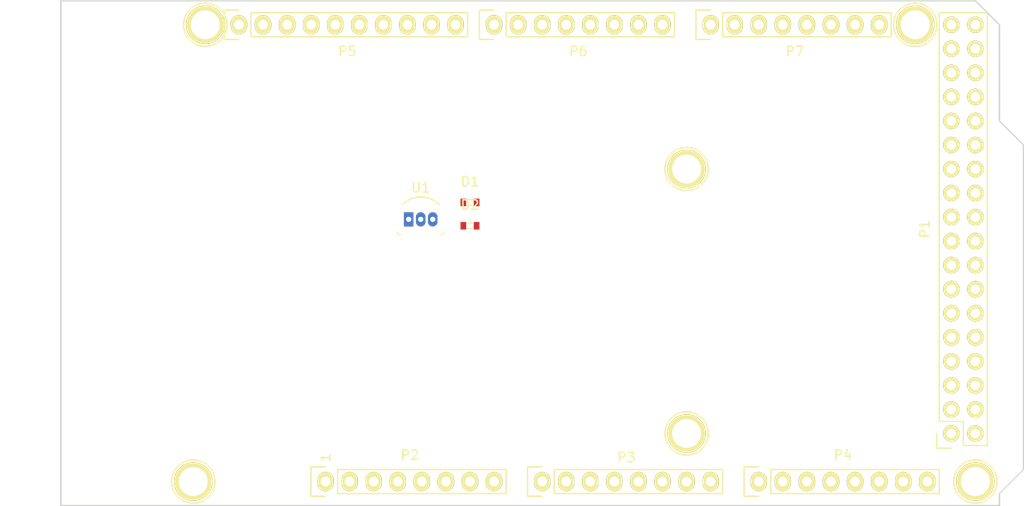
<source format=kicad_pcb>
(kicad_pcb (version 20171130) (host pcbnew "(5.1.10)-1")

  (general
    (thickness 1.6)
    (drawings 27)
    (tracks 0)
    (zones 0)
    (modules 16)
    (nets 90)
  )

  (page A4)
  (title_block
    (title Shield)
    (date "mar. 31 mars 2015")
    (rev 1)
    (company UNLV)
    (comment 1 "Custom Arduino")
  )

  (layers
    (0 F.Cu signal)
    (31 B.Cu signal)
    (32 B.Adhes user)
    (33 F.Adhes user)
    (34 B.Paste user)
    (35 F.Paste user)
    (36 B.SilkS user)
    (37 F.SilkS user)
    (38 B.Mask user)
    (39 F.Mask user)
    (40 Dwgs.User user)
    (41 Cmts.User user)
    (42 Eco1.User user)
    (43 Eco2.User user)
    (44 Edge.Cuts user)
    (45 Margin user)
    (46 B.CrtYd user)
    (47 F.CrtYd user)
    (48 B.Fab user)
    (49 F.Fab user)
  )

  (setup
    (last_trace_width 0.25)
    (trace_clearance 0.2)
    (zone_clearance 0.508)
    (zone_45_only no)
    (trace_min 0.2)
    (via_size 0.6)
    (via_drill 0.4)
    (via_min_size 0.4)
    (via_min_drill 0.3)
    (uvia_size 0.3)
    (uvia_drill 0.1)
    (uvias_allowed no)
    (uvia_min_size 0.2)
    (uvia_min_drill 0.1)
    (edge_width 0.15)
    (segment_width 0.15)
    (pcb_text_width 0.3)
    (pcb_text_size 1.5 1.5)
    (mod_edge_width 0.15)
    (mod_text_size 1 1)
    (mod_text_width 0.15)
    (pad_size 4.064 4.064)
    (pad_drill 3.048)
    (pad_to_mask_clearance 0)
    (aux_axis_origin 103.378 121.666)
    (visible_elements 7FFFFFFF)
    (pcbplotparams
      (layerselection 0x00030_80000001)
      (usegerberextensions false)
      (usegerberattributes true)
      (usegerberadvancedattributes true)
      (creategerberjobfile true)
      (excludeedgelayer true)
      (linewidth 0.100000)
      (plotframeref false)
      (viasonmask false)
      (mode 1)
      (useauxorigin false)
      (hpglpennumber 1)
      (hpglpenspeed 20)
      (hpglpendiameter 15.000000)
      (psnegative false)
      (psa4output false)
      (plotreference true)
      (plotvalue true)
      (plotinvisibletext false)
      (padsonsilk false)
      (subtractmaskfromsilk false)
      (outputformat 1)
      (mirror false)
      (drillshape 1)
      (scaleselection 1)
      (outputdirectory ""))
  )

  (net 0 "")
  (net 1 GND)
  (net 2 "/52(SCK)")
  (net 3 "/53(SS)")
  (net 4 "/50(MISO)")
  (net 5 "/51(MOSI)")
  (net 6 /48)
  (net 7 /49)
  (net 8 /46)
  (net 9 /47)
  (net 10 /44)
  (net 11 /45)
  (net 12 /42)
  (net 13 /43)
  (net 14 /40)
  (net 15 /41)
  (net 16 /38)
  (net 17 /39)
  (net 18 /36)
  (net 19 /37)
  (net 20 /34)
  (net 21 /35)
  (net 22 /32)
  (net 23 /33)
  (net 24 /30)
  (net 25 /31)
  (net 26 /28)
  (net 27 /29)
  (net 28 /26)
  (net 29 /27)
  (net 30 /24)
  (net 31 /25)
  (net 32 /22)
  (net 33 /23)
  (net 34 +5V)
  (net 35 /IOREF)
  (net 36 /Reset)
  (net 37 /Vin)
  (net 38 /A0)
  (net 39 /A1)
  (net 40 /A2)
  (net 41 /A3)
  (net 42 /A4)
  (net 43 /A5)
  (net 44 /A6)
  (net 45 /A7)
  (net 46 /A8)
  (net 47 /A9)
  (net 48 /A10)
  (net 49 /A11)
  (net 50 /A12)
  (net 51 /A13)
  (net 52 /A14)
  (net 53 /A15)
  (net 54 /SCL)
  (net 55 /SDA)
  (net 56 /AREF)
  (net 57 "/13(**)")
  (net 58 "/12(**)")
  (net 59 "/11(**)")
  (net 60 "/10(**)")
  (net 61 "/9(**)")
  (net 62 "/8(**)")
  (net 63 "/7(**)")
  (net 64 "/6(**)")
  (net 65 "/5(**)")
  (net 66 "/4(**)")
  (net 67 "/3(**)")
  (net 68 "/2(**)")
  (net 69 "/20(SDA)")
  (net 70 "/21(SCL)")
  (net 71 "Net-(P8-Pad1)")
  (net 72 "Net-(P9-Pad1)")
  (net 73 "Net-(P10-Pad1)")
  (net 74 "Net-(P11-Pad1)")
  (net 75 "Net-(P12-Pad1)")
  (net 76 "Net-(P13-Pad1)")
  (net 77 "Net-(P2-Pad1)")
  (net 78 +3V3)
  (net 79 "/1(Tx0)")
  (net 80 "/0(Rx0)")
  (net 81 "/14(Tx3)")
  (net 82 "/15(Rx3)")
  (net 83 "/16(Tx2)")
  (net 84 "/17(Rx2)")
  (net 85 "/18(Tx1)")
  (net 86 "/19(Rx1)")
  (net 87 "Net-(D1-Pad1)")
  (net 88 "Net-(D2-Pad1)")
  (net 89 "Net-(J1-Pad3)")

  (net_class Default "This is the default net class."
    (clearance 0.2)
    (trace_width 0.25)
    (via_dia 0.6)
    (via_drill 0.4)
    (uvia_dia 0.3)
    (uvia_drill 0.1)
    (add_net +3V3)
    (add_net +5V)
    (add_net "/0(Rx0)")
    (add_net "/1(Tx0)")
    (add_net "/10(**)")
    (add_net "/11(**)")
    (add_net "/12(**)")
    (add_net "/13(**)")
    (add_net "/14(Tx3)")
    (add_net "/15(Rx3)")
    (add_net "/16(Tx2)")
    (add_net "/17(Rx2)")
    (add_net "/18(Tx1)")
    (add_net "/19(Rx1)")
    (add_net "/2(**)")
    (add_net "/20(SDA)")
    (add_net "/21(SCL)")
    (add_net /22)
    (add_net /23)
    (add_net /24)
    (add_net /25)
    (add_net /26)
    (add_net /27)
    (add_net /28)
    (add_net /29)
    (add_net "/3(**)")
    (add_net /30)
    (add_net /31)
    (add_net /32)
    (add_net /33)
    (add_net /34)
    (add_net /35)
    (add_net /36)
    (add_net /37)
    (add_net /38)
    (add_net /39)
    (add_net "/4(**)")
    (add_net /40)
    (add_net /41)
    (add_net /42)
    (add_net /43)
    (add_net /44)
    (add_net /45)
    (add_net /46)
    (add_net /47)
    (add_net /48)
    (add_net /49)
    (add_net "/5(**)")
    (add_net "/50(MISO)")
    (add_net "/51(MOSI)")
    (add_net "/52(SCK)")
    (add_net "/53(SS)")
    (add_net "/6(**)")
    (add_net "/7(**)")
    (add_net "/8(**)")
    (add_net "/9(**)")
    (add_net /A0)
    (add_net /A1)
    (add_net /A10)
    (add_net /A11)
    (add_net /A12)
    (add_net /A13)
    (add_net /A14)
    (add_net /A15)
    (add_net /A2)
    (add_net /A3)
    (add_net /A4)
    (add_net /A5)
    (add_net /A6)
    (add_net /A7)
    (add_net /A8)
    (add_net /A9)
    (add_net /AREF)
    (add_net /IOREF)
    (add_net /Reset)
    (add_net /SCL)
    (add_net /SDA)
    (add_net /Vin)
    (add_net GND)
    (add_net "Net-(D1-Pad1)")
    (add_net "Net-(D2-Pad1)")
    (add_net "Net-(J1-Pad3)")
    (add_net "Net-(P10-Pad1)")
    (add_net "Net-(P11-Pad1)")
    (add_net "Net-(P12-Pad1)")
    (add_net "Net-(P13-Pad1)")
    (add_net "Net-(P2-Pad1)")
    (add_net "Net-(P8-Pad1)")
    (add_net "Net-(P9-Pad1)")
  )

  (module Socket_Arduino_Mega:Socket_Strip_Arduino_2x18 locked (layer F.Cu) (tedit 55216789) (tstamp 551AFCE5)
    (at 197.358 114.046 90)
    (descr "Through hole socket strip")
    (tags "socket strip")
    (path /56D743B5)
    (fp_text reference P1 (at 21.59 -2.794 90) (layer F.SilkS)
      (effects (font (size 1 1) (thickness 0.15)))
    )
    (fp_text value Digital (at 21.59 -4.572 90) (layer F.Fab)
      (effects (font (size 1 1) (thickness 0.15)))
    )
    (fp_line (start -1.55 -1.55) (end -1.55 0) (layer F.SilkS) (width 0.15))
    (fp_line (start 1.27 1.27) (end 1.27 -1.27) (layer F.SilkS) (width 0.15))
    (fp_line (start -1.27 1.27) (end 1.27 1.27) (layer F.SilkS) (width 0.15))
    (fp_line (start 0 -1.55) (end -1.55 -1.55) (layer F.SilkS) (width 0.15))
    (fp_line (start -1.27 3.81) (end -1.27 1.27) (layer F.SilkS) (width 0.15))
    (fp_line (start 44.45 3.81) (end 44.45 -1.27) (layer F.SilkS) (width 0.15))
    (fp_line (start 44.45 -1.27) (end 1.27 -1.27) (layer F.SilkS) (width 0.15))
    (fp_line (start -1.27 3.81) (end 44.45 3.81) (layer F.SilkS) (width 0.15))
    (fp_line (start -1.75 4.3) (end 44.95 4.3) (layer F.CrtYd) (width 0.05))
    (fp_line (start -1.75 -1.75) (end 44.95 -1.75) (layer F.CrtYd) (width 0.05))
    (fp_line (start 44.95 -1.75) (end 44.95 4.3) (layer F.CrtYd) (width 0.05))
    (fp_line (start -1.75 -1.75) (end -1.75 4.3) (layer F.CrtYd) (width 0.05))
    (pad 1 thru_hole circle (at 0 0 90) (size 1.7272 1.7272) (drill 1.016) (layers *.Cu *.Mask F.SilkS)
      (net 1 GND))
    (pad 2 thru_hole oval (at 0 2.54 90) (size 1.7272 1.7272) (drill 1.016) (layers *.Cu *.Mask F.SilkS)
      (net 1 GND))
    (pad 3 thru_hole oval (at 2.54 0 90) (size 1.7272 1.7272) (drill 1.016) (layers *.Cu *.Mask F.SilkS)
      (net 2 "/52(SCK)"))
    (pad 4 thru_hole oval (at 2.54 2.54 90) (size 1.7272 1.7272) (drill 1.016) (layers *.Cu *.Mask F.SilkS)
      (net 3 "/53(SS)"))
    (pad 5 thru_hole oval (at 5.08 0 90) (size 1.7272 1.7272) (drill 1.016) (layers *.Cu *.Mask F.SilkS)
      (net 4 "/50(MISO)"))
    (pad 6 thru_hole oval (at 5.08 2.54 90) (size 1.7272 1.7272) (drill 1.016) (layers *.Cu *.Mask F.SilkS)
      (net 5 "/51(MOSI)"))
    (pad 7 thru_hole oval (at 7.62 0 90) (size 1.7272 1.7272) (drill 1.016) (layers *.Cu *.Mask F.SilkS)
      (net 6 /48))
    (pad 8 thru_hole oval (at 7.62 2.54 90) (size 1.7272 1.7272) (drill 1.016) (layers *.Cu *.Mask F.SilkS)
      (net 7 /49))
    (pad 9 thru_hole oval (at 10.16 0 90) (size 1.7272 1.7272) (drill 1.016) (layers *.Cu *.Mask F.SilkS)
      (net 8 /46))
    (pad 10 thru_hole oval (at 10.16 2.54 90) (size 1.7272 1.7272) (drill 1.016) (layers *.Cu *.Mask F.SilkS)
      (net 9 /47))
    (pad 11 thru_hole oval (at 12.7 0 90) (size 1.7272 1.7272) (drill 1.016) (layers *.Cu *.Mask F.SilkS)
      (net 10 /44))
    (pad 12 thru_hole oval (at 12.7 2.54 90) (size 1.7272 1.7272) (drill 1.016) (layers *.Cu *.Mask F.SilkS)
      (net 11 /45))
    (pad 13 thru_hole oval (at 15.24 0 90) (size 1.7272 1.7272) (drill 1.016) (layers *.Cu *.Mask F.SilkS)
      (net 12 /42))
    (pad 14 thru_hole oval (at 15.24 2.54 90) (size 1.7272 1.7272) (drill 1.016) (layers *.Cu *.Mask F.SilkS)
      (net 13 /43))
    (pad 15 thru_hole oval (at 17.78 0 90) (size 1.7272 1.7272) (drill 1.016) (layers *.Cu *.Mask F.SilkS)
      (net 14 /40))
    (pad 16 thru_hole oval (at 17.78 2.54 90) (size 1.7272 1.7272) (drill 1.016) (layers *.Cu *.Mask F.SilkS)
      (net 15 /41))
    (pad 17 thru_hole oval (at 20.32 0 90) (size 1.7272 1.7272) (drill 1.016) (layers *.Cu *.Mask F.SilkS)
      (net 16 /38))
    (pad 18 thru_hole oval (at 20.32 2.54 90) (size 1.7272 1.7272) (drill 1.016) (layers *.Cu *.Mask F.SilkS)
      (net 17 /39))
    (pad 19 thru_hole oval (at 22.86 0 90) (size 1.7272 1.7272) (drill 1.016) (layers *.Cu *.Mask F.SilkS)
      (net 18 /36))
    (pad 20 thru_hole oval (at 22.86 2.54 90) (size 1.7272 1.7272) (drill 1.016) (layers *.Cu *.Mask F.SilkS)
      (net 19 /37))
    (pad 21 thru_hole oval (at 25.4 0 90) (size 1.7272 1.7272) (drill 1.016) (layers *.Cu *.Mask F.SilkS)
      (net 20 /34))
    (pad 22 thru_hole oval (at 25.4 2.54 90) (size 1.7272 1.7272) (drill 1.016) (layers *.Cu *.Mask F.SilkS)
      (net 21 /35))
    (pad 23 thru_hole oval (at 27.94 0 90) (size 1.7272 1.7272) (drill 1.016) (layers *.Cu *.Mask F.SilkS)
      (net 22 /32))
    (pad 24 thru_hole oval (at 27.94 2.54 90) (size 1.7272 1.7272) (drill 1.016) (layers *.Cu *.Mask F.SilkS)
      (net 23 /33))
    (pad 25 thru_hole oval (at 30.48 0 90) (size 1.7272 1.7272) (drill 1.016) (layers *.Cu *.Mask F.SilkS)
      (net 24 /30))
    (pad 26 thru_hole oval (at 30.48 2.54 90) (size 1.7272 1.7272) (drill 1.016) (layers *.Cu *.Mask F.SilkS)
      (net 25 /31))
    (pad 27 thru_hole oval (at 33.02 0 90) (size 1.7272 1.7272) (drill 1.016) (layers *.Cu *.Mask F.SilkS)
      (net 26 /28))
    (pad 28 thru_hole oval (at 33.02 2.54 90) (size 1.7272 1.7272) (drill 1.016) (layers *.Cu *.Mask F.SilkS)
      (net 27 /29))
    (pad 29 thru_hole oval (at 35.56 0 90) (size 1.7272 1.7272) (drill 1.016) (layers *.Cu *.Mask F.SilkS)
      (net 28 /26))
    (pad 30 thru_hole oval (at 35.56 2.54 90) (size 1.7272 1.7272) (drill 1.016) (layers *.Cu *.Mask F.SilkS)
      (net 29 /27))
    (pad 31 thru_hole oval (at 38.1 0 90) (size 1.7272 1.7272) (drill 1.016) (layers *.Cu *.Mask F.SilkS)
      (net 30 /24))
    (pad 32 thru_hole oval (at 38.1 2.54 90) (size 1.7272 1.7272) (drill 1.016) (layers *.Cu *.Mask F.SilkS)
      (net 31 /25))
    (pad 33 thru_hole oval (at 40.64 0 90) (size 1.7272 1.7272) (drill 1.016) (layers *.Cu *.Mask F.SilkS)
      (net 32 /22))
    (pad 34 thru_hole oval (at 40.64 2.54 90) (size 1.7272 1.7272) (drill 1.016) (layers *.Cu *.Mask F.SilkS)
      (net 33 /23))
    (pad 35 thru_hole oval (at 43.18 0 90) (size 1.7272 1.7272) (drill 1.016) (layers *.Cu *.Mask F.SilkS)
      (net 34 +5V))
    (pad 36 thru_hole oval (at 43.18 2.54 90) (size 1.7272 1.7272) (drill 1.016) (layers *.Cu *.Mask F.SilkS)
      (net 34 +5V))
    (model ${KIPRJMOD}/Socket_Arduino_Mega.3dshapes/Socket_header_Arduino_2x18.wrl
      (offset (xyz 21.58999967575073 -1.269999980926514 0))
      (scale (xyz 1 1 1))
      (rotate (xyz 0 0 180))
    )
  )

  (module Socket_Arduino_Mega:Socket_Strip_Arduino_1x08 locked (layer F.Cu) (tedit 55216755) (tstamp 551AFCFC)
    (at 131.318 119.126)
    (descr "Through hole socket strip")
    (tags "socket strip")
    (path /56D71773)
    (fp_text reference P2 (at 8.89 -2.794) (layer F.SilkS)
      (effects (font (size 1 1) (thickness 0.15)))
    )
    (fp_text value Power (at 8.89 -4.318) (layer F.Fab)
      (effects (font (size 1 1) (thickness 0.15)))
    )
    (fp_line (start -1.55 -1.55) (end -1.55 1.55) (layer F.SilkS) (width 0.15))
    (fp_line (start 0 -1.55) (end -1.55 -1.55) (layer F.SilkS) (width 0.15))
    (fp_line (start 1.27 1.27) (end 1.27 -1.27) (layer F.SilkS) (width 0.15))
    (fp_line (start -1.55 1.55) (end 0 1.55) (layer F.SilkS) (width 0.15))
    (fp_line (start 19.05 -1.27) (end 1.27 -1.27) (layer F.SilkS) (width 0.15))
    (fp_line (start 19.05 1.27) (end 19.05 -1.27) (layer F.SilkS) (width 0.15))
    (fp_line (start 1.27 1.27) (end 19.05 1.27) (layer F.SilkS) (width 0.15))
    (fp_line (start -1.75 1.75) (end 19.55 1.75) (layer F.CrtYd) (width 0.05))
    (fp_line (start -1.75 -1.75) (end 19.55 -1.75) (layer F.CrtYd) (width 0.05))
    (fp_line (start 19.55 -1.75) (end 19.55 1.75) (layer F.CrtYd) (width 0.05))
    (fp_line (start -1.75 -1.75) (end -1.75 1.75) (layer F.CrtYd) (width 0.05))
    (pad 1 thru_hole oval (at 0 0) (size 1.7272 2.032) (drill 1.016) (layers *.Cu *.Mask F.SilkS)
      (net 77 "Net-(P2-Pad1)"))
    (pad 2 thru_hole oval (at 2.54 0) (size 1.7272 2.032) (drill 1.016) (layers *.Cu *.Mask F.SilkS)
      (net 35 /IOREF))
    (pad 3 thru_hole oval (at 5.08 0) (size 1.7272 2.032) (drill 1.016) (layers *.Cu *.Mask F.SilkS)
      (net 36 /Reset))
    (pad 4 thru_hole oval (at 7.62 0) (size 1.7272 2.032) (drill 1.016) (layers *.Cu *.Mask F.SilkS)
      (net 78 +3V3))
    (pad 5 thru_hole oval (at 10.16 0) (size 1.7272 2.032) (drill 1.016) (layers *.Cu *.Mask F.SilkS)
      (net 34 +5V))
    (pad 6 thru_hole oval (at 12.7 0) (size 1.7272 2.032) (drill 1.016) (layers *.Cu *.Mask F.SilkS)
      (net 1 GND))
    (pad 7 thru_hole oval (at 15.24 0) (size 1.7272 2.032) (drill 1.016) (layers *.Cu *.Mask F.SilkS)
      (net 1 GND))
    (pad 8 thru_hole oval (at 17.78 0) (size 1.7272 2.032) (drill 1.016) (layers *.Cu *.Mask F.SilkS)
      (net 37 /Vin))
    (model ${KIPRJMOD}/Socket_Arduino_Mega.3dshapes/Socket_header_Arduino_1x08.wrl
      (offset (xyz 8.889999866485596 0 0))
      (scale (xyz 1 1 1))
      (rotate (xyz 0 0 180))
    )
  )

  (module Socket_Arduino_Mega:Socket_Strip_Arduino_1x08 locked (layer F.Cu) (tedit 5521677D) (tstamp 551AFD13)
    (at 154.178 119.126)
    (descr "Through hole socket strip")
    (tags "socket strip")
    (path /56D72F1C)
    (fp_text reference P3 (at 8.89 -2.54) (layer F.SilkS)
      (effects (font (size 1 1) (thickness 0.15)))
    )
    (fp_text value Analog (at 8.89 -4.318) (layer F.Fab)
      (effects (font (size 1 1) (thickness 0.15)))
    )
    (fp_line (start -1.55 -1.55) (end -1.55 1.55) (layer F.SilkS) (width 0.15))
    (fp_line (start 0 -1.55) (end -1.55 -1.55) (layer F.SilkS) (width 0.15))
    (fp_line (start 1.27 1.27) (end 1.27 -1.27) (layer F.SilkS) (width 0.15))
    (fp_line (start -1.55 1.55) (end 0 1.55) (layer F.SilkS) (width 0.15))
    (fp_line (start 19.05 -1.27) (end 1.27 -1.27) (layer F.SilkS) (width 0.15))
    (fp_line (start 19.05 1.27) (end 19.05 -1.27) (layer F.SilkS) (width 0.15))
    (fp_line (start 1.27 1.27) (end 19.05 1.27) (layer F.SilkS) (width 0.15))
    (fp_line (start -1.75 1.75) (end 19.55 1.75) (layer F.CrtYd) (width 0.05))
    (fp_line (start -1.75 -1.75) (end 19.55 -1.75) (layer F.CrtYd) (width 0.05))
    (fp_line (start 19.55 -1.75) (end 19.55 1.75) (layer F.CrtYd) (width 0.05))
    (fp_line (start -1.75 -1.75) (end -1.75 1.75) (layer F.CrtYd) (width 0.05))
    (pad 1 thru_hole oval (at 0 0) (size 1.7272 2.032) (drill 1.016) (layers *.Cu *.Mask F.SilkS)
      (net 38 /A0))
    (pad 2 thru_hole oval (at 2.54 0) (size 1.7272 2.032) (drill 1.016) (layers *.Cu *.Mask F.SilkS)
      (net 39 /A1))
    (pad 3 thru_hole oval (at 5.08 0) (size 1.7272 2.032) (drill 1.016) (layers *.Cu *.Mask F.SilkS)
      (net 40 /A2))
    (pad 4 thru_hole oval (at 7.62 0) (size 1.7272 2.032) (drill 1.016) (layers *.Cu *.Mask F.SilkS)
      (net 41 /A3))
    (pad 5 thru_hole oval (at 10.16 0) (size 1.7272 2.032) (drill 1.016) (layers *.Cu *.Mask F.SilkS)
      (net 42 /A4))
    (pad 6 thru_hole oval (at 12.7 0) (size 1.7272 2.032) (drill 1.016) (layers *.Cu *.Mask F.SilkS)
      (net 43 /A5))
    (pad 7 thru_hole oval (at 15.24 0) (size 1.7272 2.032) (drill 1.016) (layers *.Cu *.Mask F.SilkS)
      (net 44 /A6))
    (pad 8 thru_hole oval (at 17.78 0) (size 1.7272 2.032) (drill 1.016) (layers *.Cu *.Mask F.SilkS)
      (net 45 /A7))
    (model ${KIPRJMOD}/Socket_Arduino_Mega.3dshapes/Socket_header_Arduino_1x08.wrl
      (offset (xyz 8.889999866485596 0 0))
      (scale (xyz 1 1 1))
      (rotate (xyz 0 0 180))
    )
  )

  (module Socket_Arduino_Mega:Socket_Strip_Arduino_1x08 locked (layer F.Cu) (tedit 55216772) (tstamp 551AFD2A)
    (at 177.038 119.126)
    (descr "Through hole socket strip")
    (tags "socket strip")
    (path /56D73A0E)
    (fp_text reference P4 (at 8.89 -2.794) (layer F.SilkS)
      (effects (font (size 1 1) (thickness 0.15)))
    )
    (fp_text value Analog (at 8.89 -4.318) (layer F.Fab)
      (effects (font (size 1 1) (thickness 0.15)))
    )
    (fp_line (start -1.55 -1.55) (end -1.55 1.55) (layer F.SilkS) (width 0.15))
    (fp_line (start 0 -1.55) (end -1.55 -1.55) (layer F.SilkS) (width 0.15))
    (fp_line (start 1.27 1.27) (end 1.27 -1.27) (layer F.SilkS) (width 0.15))
    (fp_line (start -1.55 1.55) (end 0 1.55) (layer F.SilkS) (width 0.15))
    (fp_line (start 19.05 -1.27) (end 1.27 -1.27) (layer F.SilkS) (width 0.15))
    (fp_line (start 19.05 1.27) (end 19.05 -1.27) (layer F.SilkS) (width 0.15))
    (fp_line (start 1.27 1.27) (end 19.05 1.27) (layer F.SilkS) (width 0.15))
    (fp_line (start -1.75 1.75) (end 19.55 1.75) (layer F.CrtYd) (width 0.05))
    (fp_line (start -1.75 -1.75) (end 19.55 -1.75) (layer F.CrtYd) (width 0.05))
    (fp_line (start 19.55 -1.75) (end 19.55 1.75) (layer F.CrtYd) (width 0.05))
    (fp_line (start -1.75 -1.75) (end -1.75 1.75) (layer F.CrtYd) (width 0.05))
    (pad 1 thru_hole oval (at 0 0) (size 1.7272 2.032) (drill 1.016) (layers *.Cu *.Mask F.SilkS)
      (net 46 /A8))
    (pad 2 thru_hole oval (at 2.54 0) (size 1.7272 2.032) (drill 1.016) (layers *.Cu *.Mask F.SilkS)
      (net 47 /A9))
    (pad 3 thru_hole oval (at 5.08 0) (size 1.7272 2.032) (drill 1.016) (layers *.Cu *.Mask F.SilkS)
      (net 48 /A10))
    (pad 4 thru_hole oval (at 7.62 0) (size 1.7272 2.032) (drill 1.016) (layers *.Cu *.Mask F.SilkS)
      (net 49 /A11))
    (pad 5 thru_hole oval (at 10.16 0) (size 1.7272 2.032) (drill 1.016) (layers *.Cu *.Mask F.SilkS)
      (net 50 /A12))
    (pad 6 thru_hole oval (at 12.7 0) (size 1.7272 2.032) (drill 1.016) (layers *.Cu *.Mask F.SilkS)
      (net 51 /A13))
    (pad 7 thru_hole oval (at 15.24 0) (size 1.7272 2.032) (drill 1.016) (layers *.Cu *.Mask F.SilkS)
      (net 52 /A14))
    (pad 8 thru_hole oval (at 17.78 0) (size 1.7272 2.032) (drill 1.016) (layers *.Cu *.Mask F.SilkS)
      (net 53 /A15))
    (model ${KIPRJMOD}/Socket_Arduino_Mega.3dshapes/Socket_header_Arduino_1x08.wrl
      (offset (xyz 8.889999866485596 0 0))
      (scale (xyz 1 1 1))
      (rotate (xyz 0 0 180))
    )
  )

  (module Socket_Arduino_Mega:Socket_Strip_Arduino_1x10 locked (layer F.Cu) (tedit 551AFC9C) (tstamp 551AFD43)
    (at 122.174 70.866)
    (descr "Through hole socket strip")
    (tags "socket strip")
    (path /56D72368)
    (fp_text reference P5 (at 11.43 2.794) (layer F.SilkS)
      (effects (font (size 1 1) (thickness 0.15)))
    )
    (fp_text value PWM (at 11.43 4.318) (layer F.Fab)
      (effects (font (size 1 1) (thickness 0.15)))
    )
    (fp_line (start -1.55 -1.55) (end -1.55 1.55) (layer F.SilkS) (width 0.15))
    (fp_line (start 0 -1.55) (end -1.55 -1.55) (layer F.SilkS) (width 0.15))
    (fp_line (start 1.27 1.27) (end 1.27 -1.27) (layer F.SilkS) (width 0.15))
    (fp_line (start -1.55 1.55) (end 0 1.55) (layer F.SilkS) (width 0.15))
    (fp_line (start 24.13 -1.27) (end 1.27 -1.27) (layer F.SilkS) (width 0.15))
    (fp_line (start 24.13 1.27) (end 24.13 -1.27) (layer F.SilkS) (width 0.15))
    (fp_line (start 1.27 1.27) (end 24.13 1.27) (layer F.SilkS) (width 0.15))
    (fp_line (start -1.75 1.75) (end 24.65 1.75) (layer F.CrtYd) (width 0.05))
    (fp_line (start -1.75 -1.75) (end 24.65 -1.75) (layer F.CrtYd) (width 0.05))
    (fp_line (start 24.65 -1.75) (end 24.65 1.75) (layer F.CrtYd) (width 0.05))
    (fp_line (start -1.75 -1.75) (end -1.75 1.75) (layer F.CrtYd) (width 0.05))
    (pad 1 thru_hole oval (at 0 0) (size 1.7272 2.032) (drill 1.016) (layers *.Cu *.Mask F.SilkS)
      (net 54 /SCL))
    (pad 2 thru_hole oval (at 2.54 0) (size 1.7272 2.032) (drill 1.016) (layers *.Cu *.Mask F.SilkS)
      (net 55 /SDA))
    (pad 3 thru_hole oval (at 5.08 0) (size 1.7272 2.032) (drill 1.016) (layers *.Cu *.Mask F.SilkS)
      (net 56 /AREF))
    (pad 4 thru_hole oval (at 7.62 0) (size 1.7272 2.032) (drill 1.016) (layers *.Cu *.Mask F.SilkS)
      (net 1 GND))
    (pad 5 thru_hole oval (at 10.16 0) (size 1.7272 2.032) (drill 1.016) (layers *.Cu *.Mask F.SilkS)
      (net 57 "/13(**)"))
    (pad 6 thru_hole oval (at 12.7 0) (size 1.7272 2.032) (drill 1.016) (layers *.Cu *.Mask F.SilkS)
      (net 58 "/12(**)"))
    (pad 7 thru_hole oval (at 15.24 0) (size 1.7272 2.032) (drill 1.016) (layers *.Cu *.Mask F.SilkS)
      (net 59 "/11(**)"))
    (pad 8 thru_hole oval (at 17.78 0) (size 1.7272 2.032) (drill 1.016) (layers *.Cu *.Mask F.SilkS)
      (net 60 "/10(**)"))
    (pad 9 thru_hole oval (at 20.32 0) (size 1.7272 2.032) (drill 1.016) (layers *.Cu *.Mask F.SilkS)
      (net 61 "/9(**)"))
    (pad 10 thru_hole oval (at 22.86 0) (size 1.7272 2.032) (drill 1.016) (layers *.Cu *.Mask F.SilkS)
      (net 62 "/8(**)"))
    (model ${KIPRJMOD}/Socket_Arduino_Mega.3dshapes/Socket_header_Arduino_1x10.wrl
      (offset (xyz 11.42999982833862 0 0))
      (scale (xyz 1 1 1))
      (rotate (xyz 0 0 180))
    )
  )

  (module Socket_Arduino_Mega:Socket_Strip_Arduino_1x08 locked (layer F.Cu) (tedit 551AFC7F) (tstamp 551AFD5A)
    (at 149.098 70.866)
    (descr "Through hole socket strip")
    (tags "socket strip")
    (path /56D734D0)
    (fp_text reference P6 (at 8.89 2.794) (layer F.SilkS)
      (effects (font (size 1 1) (thickness 0.15)))
    )
    (fp_text value PWM (at 8.89 4.318) (layer F.Fab)
      (effects (font (size 1 1) (thickness 0.15)))
    )
    (fp_line (start -1.55 -1.55) (end -1.55 1.55) (layer F.SilkS) (width 0.15))
    (fp_line (start 0 -1.55) (end -1.55 -1.55) (layer F.SilkS) (width 0.15))
    (fp_line (start 1.27 1.27) (end 1.27 -1.27) (layer F.SilkS) (width 0.15))
    (fp_line (start -1.55 1.55) (end 0 1.55) (layer F.SilkS) (width 0.15))
    (fp_line (start 19.05 -1.27) (end 1.27 -1.27) (layer F.SilkS) (width 0.15))
    (fp_line (start 19.05 1.27) (end 19.05 -1.27) (layer F.SilkS) (width 0.15))
    (fp_line (start 1.27 1.27) (end 19.05 1.27) (layer F.SilkS) (width 0.15))
    (fp_line (start -1.75 1.75) (end 19.55 1.75) (layer F.CrtYd) (width 0.05))
    (fp_line (start -1.75 -1.75) (end 19.55 -1.75) (layer F.CrtYd) (width 0.05))
    (fp_line (start 19.55 -1.75) (end 19.55 1.75) (layer F.CrtYd) (width 0.05))
    (fp_line (start -1.75 -1.75) (end -1.75 1.75) (layer F.CrtYd) (width 0.05))
    (pad 1 thru_hole oval (at 0 0) (size 1.7272 2.032) (drill 1.016) (layers *.Cu *.Mask F.SilkS)
      (net 63 "/7(**)"))
    (pad 2 thru_hole oval (at 2.54 0) (size 1.7272 2.032) (drill 1.016) (layers *.Cu *.Mask F.SilkS)
      (net 64 "/6(**)"))
    (pad 3 thru_hole oval (at 5.08 0) (size 1.7272 2.032) (drill 1.016) (layers *.Cu *.Mask F.SilkS)
      (net 65 "/5(**)"))
    (pad 4 thru_hole oval (at 7.62 0) (size 1.7272 2.032) (drill 1.016) (layers *.Cu *.Mask F.SilkS)
      (net 66 "/4(**)"))
    (pad 5 thru_hole oval (at 10.16 0) (size 1.7272 2.032) (drill 1.016) (layers *.Cu *.Mask F.SilkS)
      (net 67 "/3(**)"))
    (pad 6 thru_hole oval (at 12.7 0) (size 1.7272 2.032) (drill 1.016) (layers *.Cu *.Mask F.SilkS)
      (net 68 "/2(**)"))
    (pad 7 thru_hole oval (at 15.24 0) (size 1.7272 2.032) (drill 1.016) (layers *.Cu *.Mask F.SilkS)
      (net 79 "/1(Tx0)"))
    (pad 8 thru_hole oval (at 17.78 0) (size 1.7272 2.032) (drill 1.016) (layers *.Cu *.Mask F.SilkS)
      (net 80 "/0(Rx0)"))
    (model ${KIPRJMOD}/Socket_Arduino_Mega.3dshapes/Socket_header_Arduino_1x08.wrl
      (offset (xyz 8.889999866485596 0 0))
      (scale (xyz 1 1 1))
      (rotate (xyz 0 0 180))
    )
  )

  (module Socket_Arduino_Mega:Socket_Strip_Arduino_1x08 locked (layer F.Cu) (tedit 551AFC73) (tstamp 551AFD71)
    (at 171.958 70.866)
    (descr "Through hole socket strip")
    (tags "socket strip")
    (path /56D73F2C)
    (fp_text reference P7 (at 8.89 2.794) (layer F.SilkS)
      (effects (font (size 1 1) (thickness 0.15)))
    )
    (fp_text value Communication (at 8.89 4.064) (layer F.Fab)
      (effects (font (size 1 1) (thickness 0.15)))
    )
    (fp_line (start -1.55 -1.55) (end -1.55 1.55) (layer F.SilkS) (width 0.15))
    (fp_line (start 0 -1.55) (end -1.55 -1.55) (layer F.SilkS) (width 0.15))
    (fp_line (start 1.27 1.27) (end 1.27 -1.27) (layer F.SilkS) (width 0.15))
    (fp_line (start -1.55 1.55) (end 0 1.55) (layer F.SilkS) (width 0.15))
    (fp_line (start 19.05 -1.27) (end 1.27 -1.27) (layer F.SilkS) (width 0.15))
    (fp_line (start 19.05 1.27) (end 19.05 -1.27) (layer F.SilkS) (width 0.15))
    (fp_line (start 1.27 1.27) (end 19.05 1.27) (layer F.SilkS) (width 0.15))
    (fp_line (start -1.75 1.75) (end 19.55 1.75) (layer F.CrtYd) (width 0.05))
    (fp_line (start -1.75 -1.75) (end 19.55 -1.75) (layer F.CrtYd) (width 0.05))
    (fp_line (start 19.55 -1.75) (end 19.55 1.75) (layer F.CrtYd) (width 0.05))
    (fp_line (start -1.75 -1.75) (end -1.75 1.75) (layer F.CrtYd) (width 0.05))
    (pad 1 thru_hole oval (at 0 0) (size 1.7272 2.032) (drill 1.016) (layers *.Cu *.Mask F.SilkS)
      (net 81 "/14(Tx3)"))
    (pad 2 thru_hole oval (at 2.54 0) (size 1.7272 2.032) (drill 1.016) (layers *.Cu *.Mask F.SilkS)
      (net 82 "/15(Rx3)"))
    (pad 3 thru_hole oval (at 5.08 0) (size 1.7272 2.032) (drill 1.016) (layers *.Cu *.Mask F.SilkS)
      (net 83 "/16(Tx2)"))
    (pad 4 thru_hole oval (at 7.62 0) (size 1.7272 2.032) (drill 1.016) (layers *.Cu *.Mask F.SilkS)
      (net 84 "/17(Rx2)"))
    (pad 5 thru_hole oval (at 10.16 0) (size 1.7272 2.032) (drill 1.016) (layers *.Cu *.Mask F.SilkS)
      (net 85 "/18(Tx1)"))
    (pad 6 thru_hole oval (at 12.7 0) (size 1.7272 2.032) (drill 1.016) (layers *.Cu *.Mask F.SilkS)
      (net 86 "/19(Rx1)"))
    (pad 7 thru_hole oval (at 15.24 0) (size 1.7272 2.032) (drill 1.016) (layers *.Cu *.Mask F.SilkS)
      (net 69 "/20(SDA)"))
    (pad 8 thru_hole oval (at 17.78 0) (size 1.7272 2.032) (drill 1.016) (layers *.Cu *.Mask F.SilkS)
      (net 70 "/21(SCL)"))
    (model ${KIPRJMOD}/Socket_Arduino_Mega.3dshapes/Socket_header_Arduino_1x08.wrl
      (offset (xyz 8.889999866485596 0 0))
      (scale (xyz 1 1 1))
      (rotate (xyz 0 0 180))
    )
  )

  (module Socket_Arduino_Mega:Arduino_1pin locked (layer F.Cu) (tedit 5524FDA7) (tstamp 5524FE07)
    (at 117.348 119.126)
    (descr "module 1 pin (ou trou mecanique de percage)")
    (tags DEV)
    (path /56D70B71)
    (fp_text reference P8 (at 0 -3.048) (layer F.SilkS) hide
      (effects (font (size 1 1) (thickness 0.15)))
    )
    (fp_text value CONN_01X01 (at 0 2.794) (layer F.Fab) hide
      (effects (font (size 1 1) (thickness 0.15)))
    )
    (fp_circle (center 0 0) (end 0 -2.286) (layer F.SilkS) (width 0.15))
    (pad 1 thru_hole circle (at 0 0) (size 4.064 4.064) (drill 3.048) (layers *.Cu *.Mask F.SilkS)
      (net 71 "Net-(P8-Pad1)"))
  )

  (module Socket_Arduino_Mega:Arduino_1pin locked (layer F.Cu) (tedit 5524FDB2) (tstamp 5524FE0C)
    (at 169.418 114.046)
    (descr "module 1 pin (ou trou mecanique de percage)")
    (tags DEV)
    (path /56D70C9B)
    (fp_text reference P9 (at 0 -3.048) (layer F.SilkS) hide
      (effects (font (size 1 1) (thickness 0.15)))
    )
    (fp_text value CONN_01X01 (at 0 2.794) (layer F.Fab) hide
      (effects (font (size 1 1) (thickness 0.15)))
    )
    (fp_circle (center 0 0) (end 0 -2.286) (layer F.SilkS) (width 0.15))
    (pad 1 thru_hole circle (at 0 0) (size 4.064 4.064) (drill 3.048) (layers *.Cu *.Mask F.SilkS)
      (net 72 "Net-(P9-Pad1)"))
  )

  (module Socket_Arduino_Mega:Arduino_1pin locked (layer F.Cu) (tedit 5524FDBB) (tstamp 5524FE11)
    (at 199.898 119.126)
    (descr "module 1 pin (ou trou mecanique de percage)")
    (tags DEV)
    (path /56D70CE6)
    (fp_text reference P10 (at 0 -3.048) (layer F.SilkS) hide
      (effects (font (size 1 1) (thickness 0.15)))
    )
    (fp_text value CONN_01X01 (at 0 2.794) (layer F.Fab) hide
      (effects (font (size 1 1) (thickness 0.15)))
    )
    (fp_circle (center 0 0) (end 0 -2.286) (layer F.SilkS) (width 0.15))
    (pad 1 thru_hole circle (at 0 0) (size 4.064 4.064) (drill 3.048) (layers *.Cu *.Mask F.SilkS)
      (net 73 "Net-(P10-Pad1)"))
  )

  (module Socket_Arduino_Mega:Arduino_1pin locked (layer F.Cu) (tedit 5524FDD2) (tstamp 5524FE16)
    (at 118.618 70.866)
    (descr "module 1 pin (ou trou mecanique de percage)")
    (tags DEV)
    (path /56D70D2C)
    (fp_text reference P11 (at 0 -3.048) (layer F.SilkS) hide
      (effects (font (size 1 1) (thickness 0.15)))
    )
    (fp_text value CONN_01X01 (at 0 2.794) (layer F.Fab) hide
      (effects (font (size 1 1) (thickness 0.15)))
    )
    (fp_circle (center 0 0) (end 0 -2.286) (layer F.SilkS) (width 0.15))
    (pad 1 thru_hole circle (at 0 0) (size 4.064 4.064) (drill 3.048) (layers *.Cu *.Mask F.SilkS)
      (net 74 "Net-(P11-Pad1)"))
  )

  (module Socket_Arduino_Mega:Arduino_1pin locked (layer F.Cu) (tedit 5524FDCA) (tstamp 5524FE1B)
    (at 169.418 86.106)
    (descr "module 1 pin (ou trou mecanique de percage)")
    (tags DEV)
    (path /56D711A2)
    (fp_text reference P12 (at 0 -3.048) (layer F.SilkS) hide
      (effects (font (size 1 1) (thickness 0.15)))
    )
    (fp_text value CONN_01X01 (at 0 2.794) (layer F.Fab) hide
      (effects (font (size 1 1) (thickness 0.15)))
    )
    (fp_circle (center 0 0) (end 0 -2.286) (layer F.SilkS) (width 0.15))
    (pad 1 thru_hole circle (at 0 0) (size 4.064 4.064) (drill 3.048) (layers *.Cu *.Mask F.SilkS)
      (net 75 "Net-(P12-Pad1)"))
  )

  (module Socket_Arduino_Mega:Arduino_1pin locked (layer F.Cu) (tedit 5524FDC4) (tstamp 5524FE20)
    (at 193.548 70.866)
    (descr "module 1 pin (ou trou mecanique de percage)")
    (tags DEV)
    (path /56D711F0)
    (fp_text reference P13 (at 0 -3.048) (layer F.SilkS) hide
      (effects (font (size 1 1) (thickness 0.15)))
    )
    (fp_text value CONN_01X01 (at 0 2.794) (layer F.Fab) hide
      (effects (font (size 1 1) (thickness 0.15)))
    )
    (fp_circle (center 0 0) (end 0 -2.286) (layer F.SilkS) (width 0.15))
    (pad 1 thru_hole circle (at 0 0) (size 4.064 4.064) (drill 3.048) (layers *.Cu *.Mask F.SilkS)
      (net 76 "Net-(P13-Pad1)"))
  )

  (module 0603 (layer F.Cu) (tedit 5D288D2B) (tstamp 60979B2B)
    (at 146.555001 89.635001)
    (path /60986355)
    (attr smd)
    (fp_text reference D1 (at 0 -2.2) (layer F.SilkS)
      (effects (font (size 1 1) (thickness 0.15)))
    )
    (fp_text value LTST-C193TGKT-5A (at 0 1.9) (layer F.Fab)
      (effects (font (size 1 1) (thickness 0.15)))
    )
    (fp_line (start 0.8 -0.4) (end -0.8 -0.4) (layer F.Fab) (width 0.12))
    (fp_line (start 0.8 0.4) (end 0.8 -0.4) (layer F.Fab) (width 0.12))
    (fp_line (start -0.8 0.4) (end 0.8 0.4) (layer F.Fab) (width 0.12))
    (fp_line (start -0.8 -0.4) (end -0.8 0.4) (layer F.Fab) (width 0.12))
    (fp_line (start -0.3 -0.3) (end 0.3 -0.3) (layer F.SilkS) (width 0.12))
    (fp_line (start -0.3 0.3) (end 0.3 0.3) (layer F.SilkS) (width 0.12))
    (fp_line (start -1.25 0.71) (end -1.25 -0.71) (layer F.CrtYd) (width 0.05))
    (fp_line (start 1.11 0.71) (end -1.11 0.71) (layer F.CrtYd) (width 0.05))
    (fp_line (start 1.25 -0.71) (end 1.25 0.71) (layer F.CrtYd) (width 0.05))
    (fp_line (start -1.11 -0.71) (end 1.11 -0.71) (layer F.CrtYd) (width 0.05))
    (fp_line (start -1.11 0.71) (end -1.25 0.71) (layer F.CrtYd) (width 0.05))
    (fp_line (start -1.11 -0.71) (end -1.25 -0.71) (layer F.CrtYd) (width 0.05))
    (fp_line (start 1.11 -0.71) (end 1.25 -0.71) (layer F.CrtYd) (width 0.05))
    (fp_line (start 1.11 0.71) (end 1.25 0.71) (layer F.CrtYd) (width 0.05))
    (pad 2 smd rect (at 0.7 0) (size 0.6 0.8) (layers F.Cu F.Paste F.Mask)
      (net 18 /36))
    (pad 1 smd rect (at -0.7 0) (size 0.6 0.8) (layers F.Cu F.Paste F.Mask)
      (net 87 "Net-(D1-Pad1)"))
  )

  (module 0603 (layer F.Cu) (tedit 5D288D2B) (tstamp 60979B3F)
    (at 146.555001 92.105001)
    (path /609877E8)
    (attr smd)
    (fp_text reference D2 (at 0 -2.2) (layer F.SilkS)
      (effects (font (size 1 1) (thickness 0.15)))
    )
    (fp_text value LTST-C193TGKT-5A (at 0 1.9) (layer F.Fab)
      (effects (font (size 1 1) (thickness 0.15)))
    )
    (fp_line (start 1.11 0.71) (end 1.25 0.71) (layer F.CrtYd) (width 0.05))
    (fp_line (start 1.11 -0.71) (end 1.25 -0.71) (layer F.CrtYd) (width 0.05))
    (fp_line (start -1.11 -0.71) (end -1.25 -0.71) (layer F.CrtYd) (width 0.05))
    (fp_line (start -1.11 0.71) (end -1.25 0.71) (layer F.CrtYd) (width 0.05))
    (fp_line (start -1.11 -0.71) (end 1.11 -0.71) (layer F.CrtYd) (width 0.05))
    (fp_line (start 1.25 -0.71) (end 1.25 0.71) (layer F.CrtYd) (width 0.05))
    (fp_line (start 1.11 0.71) (end -1.11 0.71) (layer F.CrtYd) (width 0.05))
    (fp_line (start -1.25 0.71) (end -1.25 -0.71) (layer F.CrtYd) (width 0.05))
    (fp_line (start -0.3 0.3) (end 0.3 0.3) (layer F.SilkS) (width 0.12))
    (fp_line (start -0.3 -0.3) (end 0.3 -0.3) (layer F.SilkS) (width 0.12))
    (fp_line (start -0.8 -0.4) (end -0.8 0.4) (layer F.Fab) (width 0.12))
    (fp_line (start -0.8 0.4) (end 0.8 0.4) (layer F.Fab) (width 0.12))
    (fp_line (start 0.8 0.4) (end 0.8 -0.4) (layer F.Fab) (width 0.12))
    (fp_line (start 0.8 -0.4) (end -0.8 -0.4) (layer F.Fab) (width 0.12))
    (pad 1 smd rect (at -0.7 0) (size 0.6 0.8) (layers F.Cu F.Paste F.Mask)
      (net 88 "Net-(D2-Pad1)"))
    (pad 2 smd rect (at 0.7 0) (size 0.6 0.8) (layers F.Cu F.Paste F.Mask)
      (net 20 /34))
  )

  (module digikey-footprints:TO-92-3 (layer F.Cu) (tedit 5AF9CDD1) (tstamp 60979B53)
    (at 140.085001 91.425001)
    (descr http://www.ti.com/lit/ds/symlink/tl431a.pdf)
    (path /6098F016)
    (fp_text reference U1 (at 1.27 -3.35) (layer F.SilkS)
      (effects (font (size 1 1) (thickness 0.15)))
    )
    (fp_text value LM34DZ_NOPB (at 1.27 2.5) (layer F.Fab)
      (effects (font (size 1 1) (thickness 0.15)))
    )
    (fp_line (start -1.08 1.6) (end -1.23 1.3) (layer F.SilkS) (width 0.1))
    (fp_line (start -0.78 1.6) (end -1.08 1.6) (layer F.SilkS) (width 0.1))
    (fp_line (start 3.62 1.6) (end 3.32 1.6) (layer F.SilkS) (width 0.1))
    (fp_line (start 3.62 1.6) (end 3.77 1.3) (layer F.SilkS) (width 0.1))
    (fp_line (start 4.17 1.75) (end 4.17 -2.5) (layer F.CrtYd) (width 0.05))
    (fp_line (start -1.63 1.75) (end -1.63 -2.5) (layer F.CrtYd) (width 0.05))
    (fp_line (start -1.63 1.75) (end 4.17 1.75) (layer F.CrtYd) (width 0.05))
    (fp_line (start -1.63 -2.5) (end 4.17 -2.5) (layer F.CrtYd) (width 0.05))
    (fp_line (start 3.57 1.5) (end -1.03 1.5) (layer F.Fab) (width 0.15))
    (fp_arc (start 1.27 0.35) (end -0.63 -1.6) (angle 90) (layer F.SilkS) (width 0.15))
    (fp_arc (start 1.27 0.3) (end -1.03 1.5) (angle 235) (layer F.Fab) (width 0.15))
    (fp_arc (start 1.27 0.3) (end -1.33 0.3) (angle 90) (layer F.Fab) (width 0.15))
    (fp_text user %R (at 1.27 -1.25 180) (layer F.Fab)
      (effects (font (size 0.75 0.75) (thickness 0.15)))
    )
    (pad 2 thru_hole oval (at 1.27 0 180) (size 1 1.5) (drill 0.55) (layers *.Cu *.Mask)
      (net 89 "Net-(J1-Pad3)"))
    (pad 3 thru_hole oval (at 2.54 0 180) (size 1 1.5) (drill 0.55) (layers *.Cu *.Mask)
      (net 34 +5V))
    (pad 1 thru_hole rect (at 0 0 180) (size 1 1.5) (drill 0.55) (layers *.Cu *.Mask)
      (net 1 GND))
  )

  (gr_text 1 (at 131.318 116.586 90) (layer F.SilkS)
    (effects (font (size 1 1) (thickness 0.15)))
  )
  (gr_line (start 175.6156 96.774) (end 175.6156 90.7288) (angle 90) (layer Dwgs.User) (width 0.15))
  (gr_line (start 179.4764 96.774) (end 179.4764 90.7288) (angle 90) (layer Dwgs.User) (width 0.15))
  (gr_line (start 175.6156 96.774) (end 179.4764 96.774) (angle 90) (layer Dwgs.User) (width 0.15))
  (gr_circle (center 177.546 93.726) (end 178.816 93.726) (layer Dwgs.User) (width 0.15))
  (gr_line (start 175.6156 90.7288) (end 179.4764 90.7288) (angle 90) (layer Dwgs.User) (width 0.15))
  (gr_line (start 165.735 97.536) (end 165.735 89.916) (angle 90) (layer Dwgs.User) (width 0.15))
  (gr_line (start 170.815 97.536) (end 165.735 97.536) (angle 90) (layer Dwgs.User) (width 0.15))
  (gr_line (start 170.815 89.916) (end 170.815 97.536) (angle 90) (layer Dwgs.User) (width 0.15))
  (gr_line (start 165.735 89.916) (end 170.815 89.916) (angle 90) (layer Dwgs.User) (width 0.15))
  (gr_line (start 97.028 89.281) (end 97.028 77.851) (angle 90) (layer Dwgs.User) (width 0.15))
  (gr_line (start 112.903 89.281) (end 97.028 89.281) (angle 90) (layer Dwgs.User) (width 0.15))
  (gr_line (start 112.903 77.851) (end 112.903 89.281) (angle 90) (layer Dwgs.User) (width 0.15))
  (gr_line (start 97.028 77.851) (end 112.903 77.851) (angle 90) (layer Dwgs.User) (width 0.15))
  (gr_line (start 101.473 118.491) (end 101.473 109.601) (angle 90) (layer Dwgs.User) (width 0.15))
  (gr_line (start 114.808 118.491) (end 101.473 118.491) (angle 90) (layer Dwgs.User) (width 0.15))
  (gr_line (start 114.808 109.601) (end 114.808 118.491) (angle 90) (layer Dwgs.User) (width 0.15))
  (gr_line (start 101.473 109.601) (end 114.808 109.601) (angle 90) (layer Dwgs.User) (width 0.15))
  (gr_line (start 202.438 121.666) (end 103.378 121.666) (angle 90) (layer Edge.Cuts) (width 0.15))
  (gr_line (start 202.438 120.396) (end 202.438 121.666) (angle 90) (layer Edge.Cuts) (width 0.15))
  (gr_line (start 204.978 117.856) (end 202.438 120.396) (angle 90) (layer Edge.Cuts) (width 0.15))
  (gr_line (start 204.978 83.566) (end 204.978 117.856) (angle 90) (layer Edge.Cuts) (width 0.15))
  (gr_line (start 202.438 81.026) (end 204.978 83.566) (angle 90) (layer Edge.Cuts) (width 0.15))
  (gr_line (start 202.438 70.866) (end 202.438 81.026) (angle 90) (layer Edge.Cuts) (width 0.15))
  (gr_line (start 199.898 68.326) (end 202.438 70.866) (angle 90) (layer Edge.Cuts) (width 0.15))
  (gr_line (start 103.378 68.326) (end 199.898 68.326) (angle 90) (layer Edge.Cuts) (width 0.15))
  (gr_line (start 103.378 121.666) (end 103.378 68.326) (angle 90) (layer Edge.Cuts) (width 0.15))

)

</source>
